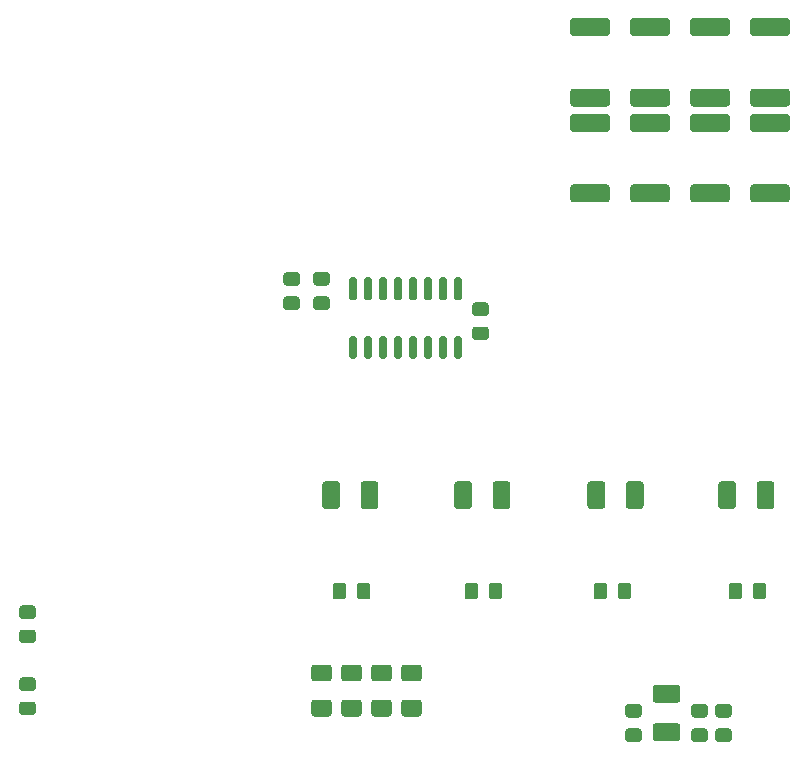
<source format=gbr>
G04 #@! TF.GenerationSoftware,KiCad,Pcbnew,(5.1.6)-1*
G04 #@! TF.CreationDate,2021-11-13T02:39:41+01:00*
G04 #@! TF.ProjectId,hamodule,68616d6f-6475-46c6-952e-6b696361645f,rev?*
G04 #@! TF.SameCoordinates,Original*
G04 #@! TF.FileFunction,Paste,Top*
G04 #@! TF.FilePolarity,Positive*
%FSLAX46Y46*%
G04 Gerber Fmt 4.6, Leading zero omitted, Abs format (unit mm)*
G04 Created by KiCad (PCBNEW (5.1.6)-1) date 2021-11-13 02:39:41*
%MOMM*%
%LPD*%
G01*
G04 APERTURE LIST*
G04 APERTURE END LIST*
G36*
G01*
X191140501Y-147432500D02*
X190240499Y-147432500D01*
G75*
G02*
X189990500Y-147182501I0J249999D01*
G01*
X189990500Y-146532499D01*
G75*
G02*
X190240499Y-146282500I249999J0D01*
G01*
X191140501Y-146282500D01*
G75*
G02*
X191390500Y-146532499I0J-249999D01*
G01*
X191390500Y-147182501D01*
G75*
G02*
X191140501Y-147432500I-249999J0D01*
G01*
G37*
G36*
G01*
X191140501Y-149482500D02*
X190240499Y-149482500D01*
G75*
G02*
X189990500Y-149232501I0J249999D01*
G01*
X189990500Y-148582499D01*
G75*
G02*
X190240499Y-148332500I249999J0D01*
G01*
X191140501Y-148332500D01*
G75*
G02*
X191390500Y-148582499I0J-249999D01*
G01*
X191390500Y-149232501D01*
G75*
G02*
X191140501Y-149482500I-249999J0D01*
G01*
G37*
G36*
G01*
X182620499Y-148332500D02*
X183520501Y-148332500D01*
G75*
G02*
X183770500Y-148582499I0J-249999D01*
G01*
X183770500Y-149232501D01*
G75*
G02*
X183520501Y-149482500I-249999J0D01*
G01*
X182620499Y-149482500D01*
G75*
G02*
X182370500Y-149232501I0J249999D01*
G01*
X182370500Y-148582499D01*
G75*
G02*
X182620499Y-148332500I249999J0D01*
G01*
G37*
G36*
G01*
X182620499Y-146282500D02*
X183520501Y-146282500D01*
G75*
G02*
X183770500Y-146532499I0J-249999D01*
G01*
X183770500Y-147182501D01*
G75*
G02*
X183520501Y-147432500I-249999J0D01*
G01*
X182620499Y-147432500D01*
G75*
G02*
X182370500Y-147182501I0J249999D01*
G01*
X182370500Y-146532499D01*
G75*
G02*
X182620499Y-146282500I249999J0D01*
G01*
G37*
G36*
G01*
X184939500Y-147903500D02*
X186789500Y-147903500D01*
G75*
G02*
X187039500Y-148153500I0J-250000D01*
G01*
X187039500Y-149153500D01*
G75*
G02*
X186789500Y-149403500I-250000J0D01*
G01*
X184939500Y-149403500D01*
G75*
G02*
X184689500Y-149153500I0J250000D01*
G01*
X184689500Y-148153500D01*
G75*
G02*
X184939500Y-147903500I250000J0D01*
G01*
G37*
G36*
G01*
X184939500Y-144653500D02*
X186789500Y-144653500D01*
G75*
G02*
X187039500Y-144903500I0J-250000D01*
G01*
X187039500Y-145903500D01*
G75*
G02*
X186789500Y-146153500I-250000J0D01*
G01*
X184939500Y-146153500D01*
G75*
G02*
X184689500Y-145903500I0J250000D01*
G01*
X184689500Y-144903500D01*
G75*
G02*
X184939500Y-144653500I250000J0D01*
G01*
G37*
G36*
G01*
X189108501Y-147432500D02*
X188208499Y-147432500D01*
G75*
G02*
X187958500Y-147182501I0J249999D01*
G01*
X187958500Y-146532499D01*
G75*
G02*
X188208499Y-146282500I249999J0D01*
G01*
X189108501Y-146282500D01*
G75*
G02*
X189358500Y-146532499I0J-249999D01*
G01*
X189358500Y-147182501D01*
G75*
G02*
X189108501Y-147432500I-249999J0D01*
G01*
G37*
G36*
G01*
X189108501Y-149482500D02*
X188208499Y-149482500D01*
G75*
G02*
X187958500Y-149232501I0J249999D01*
G01*
X187958500Y-148582499D01*
G75*
G02*
X188208499Y-148332500I249999J0D01*
G01*
X189108501Y-148332500D01*
G75*
G02*
X189358500Y-148582499I0J-249999D01*
G01*
X189358500Y-149232501D01*
G75*
G02*
X189108501Y-149482500I-249999J0D01*
G01*
G37*
G36*
G01*
X132212501Y-139068500D02*
X131312499Y-139068500D01*
G75*
G02*
X131062500Y-138818501I0J249999D01*
G01*
X131062500Y-138168499D01*
G75*
G02*
X131312499Y-137918500I249999J0D01*
G01*
X132212501Y-137918500D01*
G75*
G02*
X132462500Y-138168499I0J-249999D01*
G01*
X132462500Y-138818501D01*
G75*
G02*
X132212501Y-139068500I-249999J0D01*
G01*
G37*
G36*
G01*
X132212501Y-141118500D02*
X131312499Y-141118500D01*
G75*
G02*
X131062500Y-140868501I0J249999D01*
G01*
X131062500Y-140218499D01*
G75*
G02*
X131312499Y-139968500I249999J0D01*
G01*
X132212501Y-139968500D01*
G75*
G02*
X132462500Y-140218499I0J-249999D01*
G01*
X132462500Y-140868501D01*
G75*
G02*
X132212501Y-141118500I-249999J0D01*
G01*
G37*
G36*
G01*
X131312499Y-146064500D02*
X132212501Y-146064500D01*
G75*
G02*
X132462500Y-146314499I0J-249999D01*
G01*
X132462500Y-146964501D01*
G75*
G02*
X132212501Y-147214500I-249999J0D01*
G01*
X131312499Y-147214500D01*
G75*
G02*
X131062500Y-146964501I0J249999D01*
G01*
X131062500Y-146314499D01*
G75*
G02*
X131312499Y-146064500I249999J0D01*
G01*
G37*
G36*
G01*
X131312499Y-144014500D02*
X132212501Y-144014500D01*
G75*
G02*
X132462500Y-144264499I0J-249999D01*
G01*
X132462500Y-144914501D01*
G75*
G02*
X132212501Y-145164500I-249999J0D01*
G01*
X131312499Y-145164500D01*
G75*
G02*
X131062500Y-144914501I0J249999D01*
G01*
X131062500Y-144264499D01*
G75*
G02*
X131312499Y-144014500I249999J0D01*
G01*
G37*
G36*
G01*
X157104501Y-110856500D02*
X156204499Y-110856500D01*
G75*
G02*
X155954500Y-110606501I0J249999D01*
G01*
X155954500Y-109956499D01*
G75*
G02*
X156204499Y-109706500I249999J0D01*
G01*
X157104501Y-109706500D01*
G75*
G02*
X157354500Y-109956499I0J-249999D01*
G01*
X157354500Y-110606501D01*
G75*
G02*
X157104501Y-110856500I-249999J0D01*
G01*
G37*
G36*
G01*
X157104501Y-112906500D02*
X156204499Y-112906500D01*
G75*
G02*
X155954500Y-112656501I0J249999D01*
G01*
X155954500Y-112006499D01*
G75*
G02*
X156204499Y-111756500I249999J0D01*
G01*
X157104501Y-111756500D01*
G75*
G02*
X157354500Y-112006499I0J-249999D01*
G01*
X157354500Y-112656501D01*
G75*
G02*
X157104501Y-112906500I-249999J0D01*
G01*
G37*
G36*
G01*
X154564501Y-110865500D02*
X153664499Y-110865500D01*
G75*
G02*
X153414500Y-110615501I0J249999D01*
G01*
X153414500Y-109965499D01*
G75*
G02*
X153664499Y-109715500I249999J0D01*
G01*
X154564501Y-109715500D01*
G75*
G02*
X154814500Y-109965499I0J-249999D01*
G01*
X154814500Y-110615501D01*
G75*
G02*
X154564501Y-110865500I-249999J0D01*
G01*
G37*
G36*
G01*
X154564501Y-112915500D02*
X153664499Y-112915500D01*
G75*
G02*
X153414500Y-112665501I0J249999D01*
G01*
X153414500Y-112015499D01*
G75*
G02*
X153664499Y-111765500I249999J0D01*
G01*
X154564501Y-111765500D01*
G75*
G02*
X154814500Y-112015499I0J-249999D01*
G01*
X154814500Y-112665501D01*
G75*
G02*
X154564501Y-112915500I-249999J0D01*
G01*
G37*
G36*
G01*
X169666499Y-114314500D02*
X170566501Y-114314500D01*
G75*
G02*
X170816500Y-114564499I0J-249999D01*
G01*
X170816500Y-115214501D01*
G75*
G02*
X170566501Y-115464500I-249999J0D01*
G01*
X169666499Y-115464500D01*
G75*
G02*
X169416500Y-115214501I0J249999D01*
G01*
X169416500Y-114564499D01*
G75*
G02*
X169666499Y-114314500I249999J0D01*
G01*
G37*
G36*
G01*
X169666499Y-112264500D02*
X170566501Y-112264500D01*
G75*
G02*
X170816500Y-112514499I0J-249999D01*
G01*
X170816500Y-113164501D01*
G75*
G02*
X170566501Y-113414500I-249999J0D01*
G01*
X169666499Y-113414500D01*
G75*
G02*
X169416500Y-113164501I0J249999D01*
G01*
X169416500Y-112514499D01*
G75*
G02*
X169666499Y-112264500I249999J0D01*
G01*
G37*
G36*
G01*
X157279500Y-144359000D02*
X156029500Y-144359000D01*
G75*
G02*
X155779500Y-144109000I0J250000D01*
G01*
X155779500Y-143184000D01*
G75*
G02*
X156029500Y-142934000I250000J0D01*
G01*
X157279500Y-142934000D01*
G75*
G02*
X157529500Y-143184000I0J-250000D01*
G01*
X157529500Y-144109000D01*
G75*
G02*
X157279500Y-144359000I-250000J0D01*
G01*
G37*
G36*
G01*
X157279500Y-147334000D02*
X156029500Y-147334000D01*
G75*
G02*
X155779500Y-147084000I0J250000D01*
G01*
X155779500Y-146159000D01*
G75*
G02*
X156029500Y-145909000I250000J0D01*
G01*
X157279500Y-145909000D01*
G75*
G02*
X157529500Y-146159000I0J-250000D01*
G01*
X157529500Y-147084000D01*
G75*
G02*
X157279500Y-147334000I-250000J0D01*
G01*
G37*
G36*
G01*
X159819500Y-144359000D02*
X158569500Y-144359000D01*
G75*
G02*
X158319500Y-144109000I0J250000D01*
G01*
X158319500Y-143184000D01*
G75*
G02*
X158569500Y-142934000I250000J0D01*
G01*
X159819500Y-142934000D01*
G75*
G02*
X160069500Y-143184000I0J-250000D01*
G01*
X160069500Y-144109000D01*
G75*
G02*
X159819500Y-144359000I-250000J0D01*
G01*
G37*
G36*
G01*
X159819500Y-147334000D02*
X158569500Y-147334000D01*
G75*
G02*
X158319500Y-147084000I0J250000D01*
G01*
X158319500Y-146159000D01*
G75*
G02*
X158569500Y-145909000I250000J0D01*
G01*
X159819500Y-145909000D01*
G75*
G02*
X160069500Y-146159000I0J-250000D01*
G01*
X160069500Y-147084000D01*
G75*
G02*
X159819500Y-147334000I-250000J0D01*
G01*
G37*
G36*
G01*
X162359500Y-144359000D02*
X161109500Y-144359000D01*
G75*
G02*
X160859500Y-144109000I0J250000D01*
G01*
X160859500Y-143184000D01*
G75*
G02*
X161109500Y-142934000I250000J0D01*
G01*
X162359500Y-142934000D01*
G75*
G02*
X162609500Y-143184000I0J-250000D01*
G01*
X162609500Y-144109000D01*
G75*
G02*
X162359500Y-144359000I-250000J0D01*
G01*
G37*
G36*
G01*
X162359500Y-147334000D02*
X161109500Y-147334000D01*
G75*
G02*
X160859500Y-147084000I0J250000D01*
G01*
X160859500Y-146159000D01*
G75*
G02*
X161109500Y-145909000I250000J0D01*
G01*
X162359500Y-145909000D01*
G75*
G02*
X162609500Y-146159000I0J-250000D01*
G01*
X162609500Y-147084000D01*
G75*
G02*
X162359500Y-147334000I-250000J0D01*
G01*
G37*
G36*
G01*
X164899500Y-144359000D02*
X163649500Y-144359000D01*
G75*
G02*
X163399500Y-144109000I0J250000D01*
G01*
X163399500Y-143184000D01*
G75*
G02*
X163649500Y-142934000I250000J0D01*
G01*
X164899500Y-142934000D01*
G75*
G02*
X165149500Y-143184000I0J-250000D01*
G01*
X165149500Y-144109000D01*
G75*
G02*
X164899500Y-144359000I-250000J0D01*
G01*
G37*
G36*
G01*
X164899500Y-147334000D02*
X163649500Y-147334000D01*
G75*
G02*
X163399500Y-147084000I0J250000D01*
G01*
X163399500Y-146159000D01*
G75*
G02*
X163649500Y-145909000I250000J0D01*
G01*
X164899500Y-145909000D01*
G75*
G02*
X165149500Y-146159000I0J-250000D01*
G01*
X165149500Y-147084000D01*
G75*
G02*
X164899500Y-147334000I-250000J0D01*
G01*
G37*
G36*
G01*
X159471500Y-117051500D02*
X159171500Y-117051500D01*
G75*
G02*
X159021500Y-116901500I0J150000D01*
G01*
X159021500Y-115251500D01*
G75*
G02*
X159171500Y-115101500I150000J0D01*
G01*
X159471500Y-115101500D01*
G75*
G02*
X159621500Y-115251500I0J-150000D01*
G01*
X159621500Y-116901500D01*
G75*
G02*
X159471500Y-117051500I-150000J0D01*
G01*
G37*
G36*
G01*
X160741500Y-117051500D02*
X160441500Y-117051500D01*
G75*
G02*
X160291500Y-116901500I0J150000D01*
G01*
X160291500Y-115251500D01*
G75*
G02*
X160441500Y-115101500I150000J0D01*
G01*
X160741500Y-115101500D01*
G75*
G02*
X160891500Y-115251500I0J-150000D01*
G01*
X160891500Y-116901500D01*
G75*
G02*
X160741500Y-117051500I-150000J0D01*
G01*
G37*
G36*
G01*
X162011500Y-117051500D02*
X161711500Y-117051500D01*
G75*
G02*
X161561500Y-116901500I0J150000D01*
G01*
X161561500Y-115251500D01*
G75*
G02*
X161711500Y-115101500I150000J0D01*
G01*
X162011500Y-115101500D01*
G75*
G02*
X162161500Y-115251500I0J-150000D01*
G01*
X162161500Y-116901500D01*
G75*
G02*
X162011500Y-117051500I-150000J0D01*
G01*
G37*
G36*
G01*
X163281500Y-117051500D02*
X162981500Y-117051500D01*
G75*
G02*
X162831500Y-116901500I0J150000D01*
G01*
X162831500Y-115251500D01*
G75*
G02*
X162981500Y-115101500I150000J0D01*
G01*
X163281500Y-115101500D01*
G75*
G02*
X163431500Y-115251500I0J-150000D01*
G01*
X163431500Y-116901500D01*
G75*
G02*
X163281500Y-117051500I-150000J0D01*
G01*
G37*
G36*
G01*
X164551500Y-117051500D02*
X164251500Y-117051500D01*
G75*
G02*
X164101500Y-116901500I0J150000D01*
G01*
X164101500Y-115251500D01*
G75*
G02*
X164251500Y-115101500I150000J0D01*
G01*
X164551500Y-115101500D01*
G75*
G02*
X164701500Y-115251500I0J-150000D01*
G01*
X164701500Y-116901500D01*
G75*
G02*
X164551500Y-117051500I-150000J0D01*
G01*
G37*
G36*
G01*
X165821500Y-117051500D02*
X165521500Y-117051500D01*
G75*
G02*
X165371500Y-116901500I0J150000D01*
G01*
X165371500Y-115251500D01*
G75*
G02*
X165521500Y-115101500I150000J0D01*
G01*
X165821500Y-115101500D01*
G75*
G02*
X165971500Y-115251500I0J-150000D01*
G01*
X165971500Y-116901500D01*
G75*
G02*
X165821500Y-117051500I-150000J0D01*
G01*
G37*
G36*
G01*
X167091500Y-117051500D02*
X166791500Y-117051500D01*
G75*
G02*
X166641500Y-116901500I0J150000D01*
G01*
X166641500Y-115251500D01*
G75*
G02*
X166791500Y-115101500I150000J0D01*
G01*
X167091500Y-115101500D01*
G75*
G02*
X167241500Y-115251500I0J-150000D01*
G01*
X167241500Y-116901500D01*
G75*
G02*
X167091500Y-117051500I-150000J0D01*
G01*
G37*
G36*
G01*
X168361500Y-117051500D02*
X168061500Y-117051500D01*
G75*
G02*
X167911500Y-116901500I0J150000D01*
G01*
X167911500Y-115251500D01*
G75*
G02*
X168061500Y-115101500I150000J0D01*
G01*
X168361500Y-115101500D01*
G75*
G02*
X168511500Y-115251500I0J-150000D01*
G01*
X168511500Y-116901500D01*
G75*
G02*
X168361500Y-117051500I-150000J0D01*
G01*
G37*
G36*
G01*
X168361500Y-112101500D02*
X168061500Y-112101500D01*
G75*
G02*
X167911500Y-111951500I0J150000D01*
G01*
X167911500Y-110301500D01*
G75*
G02*
X168061500Y-110151500I150000J0D01*
G01*
X168361500Y-110151500D01*
G75*
G02*
X168511500Y-110301500I0J-150000D01*
G01*
X168511500Y-111951500D01*
G75*
G02*
X168361500Y-112101500I-150000J0D01*
G01*
G37*
G36*
G01*
X167091500Y-112101500D02*
X166791500Y-112101500D01*
G75*
G02*
X166641500Y-111951500I0J150000D01*
G01*
X166641500Y-110301500D01*
G75*
G02*
X166791500Y-110151500I150000J0D01*
G01*
X167091500Y-110151500D01*
G75*
G02*
X167241500Y-110301500I0J-150000D01*
G01*
X167241500Y-111951500D01*
G75*
G02*
X167091500Y-112101500I-150000J0D01*
G01*
G37*
G36*
G01*
X165821500Y-112101500D02*
X165521500Y-112101500D01*
G75*
G02*
X165371500Y-111951500I0J150000D01*
G01*
X165371500Y-110301500D01*
G75*
G02*
X165521500Y-110151500I150000J0D01*
G01*
X165821500Y-110151500D01*
G75*
G02*
X165971500Y-110301500I0J-150000D01*
G01*
X165971500Y-111951500D01*
G75*
G02*
X165821500Y-112101500I-150000J0D01*
G01*
G37*
G36*
G01*
X164551500Y-112101500D02*
X164251500Y-112101500D01*
G75*
G02*
X164101500Y-111951500I0J150000D01*
G01*
X164101500Y-110301500D01*
G75*
G02*
X164251500Y-110151500I150000J0D01*
G01*
X164551500Y-110151500D01*
G75*
G02*
X164701500Y-110301500I0J-150000D01*
G01*
X164701500Y-111951500D01*
G75*
G02*
X164551500Y-112101500I-150000J0D01*
G01*
G37*
G36*
G01*
X163281500Y-112101500D02*
X162981500Y-112101500D01*
G75*
G02*
X162831500Y-111951500I0J150000D01*
G01*
X162831500Y-110301500D01*
G75*
G02*
X162981500Y-110151500I150000J0D01*
G01*
X163281500Y-110151500D01*
G75*
G02*
X163431500Y-110301500I0J-150000D01*
G01*
X163431500Y-111951500D01*
G75*
G02*
X163281500Y-112101500I-150000J0D01*
G01*
G37*
G36*
G01*
X162011500Y-112101500D02*
X161711500Y-112101500D01*
G75*
G02*
X161561500Y-111951500I0J150000D01*
G01*
X161561500Y-110301500D01*
G75*
G02*
X161711500Y-110151500I150000J0D01*
G01*
X162011500Y-110151500D01*
G75*
G02*
X162161500Y-110301500I0J-150000D01*
G01*
X162161500Y-111951500D01*
G75*
G02*
X162011500Y-112101500I-150000J0D01*
G01*
G37*
G36*
G01*
X160741500Y-112101500D02*
X160441500Y-112101500D01*
G75*
G02*
X160291500Y-111951500I0J150000D01*
G01*
X160291500Y-110301500D01*
G75*
G02*
X160441500Y-110151500I150000J0D01*
G01*
X160741500Y-110151500D01*
G75*
G02*
X160891500Y-110301500I0J-150000D01*
G01*
X160891500Y-111951500D01*
G75*
G02*
X160741500Y-112101500I-150000J0D01*
G01*
G37*
G36*
G01*
X159471500Y-112101500D02*
X159171500Y-112101500D01*
G75*
G02*
X159021500Y-111951500I0J150000D01*
G01*
X159021500Y-110301500D01*
G75*
G02*
X159171500Y-110151500I150000J0D01*
G01*
X159471500Y-110151500D01*
G75*
G02*
X159621500Y-110301500I0J-150000D01*
G01*
X159621500Y-111951500D01*
G75*
G02*
X159471500Y-112101500I-150000J0D01*
G01*
G37*
G36*
G01*
X191746500Y-127662500D02*
X191746500Y-129512500D01*
G75*
G02*
X191496500Y-129762500I-250000J0D01*
G01*
X190496500Y-129762500D01*
G75*
G02*
X190246500Y-129512500I0J250000D01*
G01*
X190246500Y-127662500D01*
G75*
G02*
X190496500Y-127412500I250000J0D01*
G01*
X191496500Y-127412500D01*
G75*
G02*
X191746500Y-127662500I0J-250000D01*
G01*
G37*
G36*
G01*
X194996500Y-127662500D02*
X194996500Y-129512500D01*
G75*
G02*
X194746500Y-129762500I-250000J0D01*
G01*
X193746500Y-129762500D01*
G75*
G02*
X193496500Y-129512500I0J250000D01*
G01*
X193496500Y-127662500D01*
G75*
G02*
X193746500Y-127412500I250000J0D01*
G01*
X194746500Y-127412500D01*
G75*
G02*
X194996500Y-127662500I0J-250000D01*
G01*
G37*
G36*
G01*
X180671500Y-127662500D02*
X180671500Y-129512500D01*
G75*
G02*
X180421500Y-129762500I-250000J0D01*
G01*
X179421500Y-129762500D01*
G75*
G02*
X179171500Y-129512500I0J250000D01*
G01*
X179171500Y-127662500D01*
G75*
G02*
X179421500Y-127412500I250000J0D01*
G01*
X180421500Y-127412500D01*
G75*
G02*
X180671500Y-127662500I0J-250000D01*
G01*
G37*
G36*
G01*
X183921500Y-127662500D02*
X183921500Y-129512500D01*
G75*
G02*
X183671500Y-129762500I-250000J0D01*
G01*
X182671500Y-129762500D01*
G75*
G02*
X182421500Y-129512500I0J250000D01*
G01*
X182421500Y-127662500D01*
G75*
G02*
X182671500Y-127412500I250000J0D01*
G01*
X183671500Y-127412500D01*
G75*
G02*
X183921500Y-127662500I0J-250000D01*
G01*
G37*
G36*
G01*
X169394500Y-127662500D02*
X169394500Y-129512500D01*
G75*
G02*
X169144500Y-129762500I-250000J0D01*
G01*
X168144500Y-129762500D01*
G75*
G02*
X167894500Y-129512500I0J250000D01*
G01*
X167894500Y-127662500D01*
G75*
G02*
X168144500Y-127412500I250000J0D01*
G01*
X169144500Y-127412500D01*
G75*
G02*
X169394500Y-127662500I0J-250000D01*
G01*
G37*
G36*
G01*
X172644500Y-127662500D02*
X172644500Y-129512500D01*
G75*
G02*
X172394500Y-129762500I-250000J0D01*
G01*
X171394500Y-129762500D01*
G75*
G02*
X171144500Y-129512500I0J250000D01*
G01*
X171144500Y-127662500D01*
G75*
G02*
X171394500Y-127412500I250000J0D01*
G01*
X172394500Y-127412500D01*
G75*
G02*
X172644500Y-127662500I0J-250000D01*
G01*
G37*
G36*
G01*
X158218500Y-127662500D02*
X158218500Y-129512500D01*
G75*
G02*
X157968500Y-129762500I-250000J0D01*
G01*
X156968500Y-129762500D01*
G75*
G02*
X156718500Y-129512500I0J250000D01*
G01*
X156718500Y-127662500D01*
G75*
G02*
X156968500Y-127412500I250000J0D01*
G01*
X157968500Y-127412500D01*
G75*
G02*
X158218500Y-127662500I0J-250000D01*
G01*
G37*
G36*
G01*
X161468500Y-127662500D02*
X161468500Y-129512500D01*
G75*
G02*
X161218500Y-129762500I-250000J0D01*
G01*
X160218500Y-129762500D01*
G75*
G02*
X159968500Y-129512500I0J250000D01*
G01*
X159968500Y-127662500D01*
G75*
G02*
X160218500Y-127412500I250000J0D01*
G01*
X161218500Y-127412500D01*
G75*
G02*
X161468500Y-127662500I0J-250000D01*
G01*
G37*
G36*
G01*
X193202499Y-94176000D02*
X196052501Y-94176000D01*
G75*
G02*
X196302500Y-94425999I0J-249999D01*
G01*
X196302500Y-95451001D01*
G75*
G02*
X196052501Y-95701000I-249999J0D01*
G01*
X193202499Y-95701000D01*
G75*
G02*
X192952500Y-95451001I0J249999D01*
G01*
X192952500Y-94425999D01*
G75*
G02*
X193202499Y-94176000I249999J0D01*
G01*
G37*
G36*
G01*
X193202499Y-88201000D02*
X196052501Y-88201000D01*
G75*
G02*
X196302500Y-88450999I0J-249999D01*
G01*
X196302500Y-89476001D01*
G75*
G02*
X196052501Y-89726000I-249999J0D01*
G01*
X193202499Y-89726000D01*
G75*
G02*
X192952500Y-89476001I0J249999D01*
G01*
X192952500Y-88450999D01*
G75*
G02*
X193202499Y-88201000I249999J0D01*
G01*
G37*
G36*
G01*
X188122499Y-94176000D02*
X190972501Y-94176000D01*
G75*
G02*
X191222500Y-94425999I0J-249999D01*
G01*
X191222500Y-95451001D01*
G75*
G02*
X190972501Y-95701000I-249999J0D01*
G01*
X188122499Y-95701000D01*
G75*
G02*
X187872500Y-95451001I0J249999D01*
G01*
X187872500Y-94425999D01*
G75*
G02*
X188122499Y-94176000I249999J0D01*
G01*
G37*
G36*
G01*
X188122499Y-88201000D02*
X190972501Y-88201000D01*
G75*
G02*
X191222500Y-88450999I0J-249999D01*
G01*
X191222500Y-89476001D01*
G75*
G02*
X190972501Y-89726000I-249999J0D01*
G01*
X188122499Y-89726000D01*
G75*
G02*
X187872500Y-89476001I0J249999D01*
G01*
X187872500Y-88450999D01*
G75*
G02*
X188122499Y-88201000I249999J0D01*
G01*
G37*
G36*
G01*
X183042499Y-94176000D02*
X185892501Y-94176000D01*
G75*
G02*
X186142500Y-94425999I0J-249999D01*
G01*
X186142500Y-95451001D01*
G75*
G02*
X185892501Y-95701000I-249999J0D01*
G01*
X183042499Y-95701000D01*
G75*
G02*
X182792500Y-95451001I0J249999D01*
G01*
X182792500Y-94425999D01*
G75*
G02*
X183042499Y-94176000I249999J0D01*
G01*
G37*
G36*
G01*
X183042499Y-88201000D02*
X185892501Y-88201000D01*
G75*
G02*
X186142500Y-88450999I0J-249999D01*
G01*
X186142500Y-89476001D01*
G75*
G02*
X185892501Y-89726000I-249999J0D01*
G01*
X183042499Y-89726000D01*
G75*
G02*
X182792500Y-89476001I0J249999D01*
G01*
X182792500Y-88450999D01*
G75*
G02*
X183042499Y-88201000I249999J0D01*
G01*
G37*
G36*
G01*
X177962499Y-94176000D02*
X180812501Y-94176000D01*
G75*
G02*
X181062500Y-94425999I0J-249999D01*
G01*
X181062500Y-95451001D01*
G75*
G02*
X180812501Y-95701000I-249999J0D01*
G01*
X177962499Y-95701000D01*
G75*
G02*
X177712500Y-95451001I0J249999D01*
G01*
X177712500Y-94425999D01*
G75*
G02*
X177962499Y-94176000I249999J0D01*
G01*
G37*
G36*
G01*
X177962499Y-88201000D02*
X180812501Y-88201000D01*
G75*
G02*
X181062500Y-88450999I0J-249999D01*
G01*
X181062500Y-89476001D01*
G75*
G02*
X180812501Y-89726000I-249999J0D01*
G01*
X177962499Y-89726000D01*
G75*
G02*
X177712500Y-89476001I0J249999D01*
G01*
X177712500Y-88450999D01*
G75*
G02*
X177962499Y-88201000I249999J0D01*
G01*
G37*
G36*
G01*
X192263500Y-136265499D02*
X192263500Y-137165501D01*
G75*
G02*
X192013501Y-137415500I-249999J0D01*
G01*
X191363499Y-137415500D01*
G75*
G02*
X191113500Y-137165501I0J249999D01*
G01*
X191113500Y-136265499D01*
G75*
G02*
X191363499Y-136015500I249999J0D01*
G01*
X192013501Y-136015500D01*
G75*
G02*
X192263500Y-136265499I0J-249999D01*
G01*
G37*
G36*
G01*
X194313500Y-136265499D02*
X194313500Y-137165501D01*
G75*
G02*
X194063501Y-137415500I-249999J0D01*
G01*
X193413499Y-137415500D01*
G75*
G02*
X193163500Y-137165501I0J249999D01*
G01*
X193163500Y-136265499D01*
G75*
G02*
X193413499Y-136015500I249999J0D01*
G01*
X194063501Y-136015500D01*
G75*
G02*
X194313500Y-136265499I0J-249999D01*
G01*
G37*
G36*
G01*
X180833500Y-136265499D02*
X180833500Y-137165501D01*
G75*
G02*
X180583501Y-137415500I-249999J0D01*
G01*
X179933499Y-137415500D01*
G75*
G02*
X179683500Y-137165501I0J249999D01*
G01*
X179683500Y-136265499D01*
G75*
G02*
X179933499Y-136015500I249999J0D01*
G01*
X180583501Y-136015500D01*
G75*
G02*
X180833500Y-136265499I0J-249999D01*
G01*
G37*
G36*
G01*
X182883500Y-136265499D02*
X182883500Y-137165501D01*
G75*
G02*
X182633501Y-137415500I-249999J0D01*
G01*
X181983499Y-137415500D01*
G75*
G02*
X181733500Y-137165501I0J249999D01*
G01*
X181733500Y-136265499D01*
G75*
G02*
X181983499Y-136015500I249999J0D01*
G01*
X182633501Y-136015500D01*
G75*
G02*
X182883500Y-136265499I0J-249999D01*
G01*
G37*
G36*
G01*
X158744500Y-136265499D02*
X158744500Y-137165501D01*
G75*
G02*
X158494501Y-137415500I-249999J0D01*
G01*
X157844499Y-137415500D01*
G75*
G02*
X157594500Y-137165501I0J249999D01*
G01*
X157594500Y-136265499D01*
G75*
G02*
X157844499Y-136015500I249999J0D01*
G01*
X158494501Y-136015500D01*
G75*
G02*
X158744500Y-136265499I0J-249999D01*
G01*
G37*
G36*
G01*
X160794500Y-136265499D02*
X160794500Y-137165501D01*
G75*
G02*
X160544501Y-137415500I-249999J0D01*
G01*
X159894499Y-137415500D01*
G75*
G02*
X159644500Y-137165501I0J249999D01*
G01*
X159644500Y-136265499D01*
G75*
G02*
X159894499Y-136015500I249999J0D01*
G01*
X160544501Y-136015500D01*
G75*
G02*
X160794500Y-136265499I0J-249999D01*
G01*
G37*
G36*
G01*
X169911500Y-136265499D02*
X169911500Y-137165501D01*
G75*
G02*
X169661501Y-137415500I-249999J0D01*
G01*
X169011499Y-137415500D01*
G75*
G02*
X168761500Y-137165501I0J249999D01*
G01*
X168761500Y-136265499D01*
G75*
G02*
X169011499Y-136015500I249999J0D01*
G01*
X169661501Y-136015500D01*
G75*
G02*
X169911500Y-136265499I0J-249999D01*
G01*
G37*
G36*
G01*
X171961500Y-136265499D02*
X171961500Y-137165501D01*
G75*
G02*
X171711501Y-137415500I-249999J0D01*
G01*
X171061499Y-137415500D01*
G75*
G02*
X170811500Y-137165501I0J249999D01*
G01*
X170811500Y-136265499D01*
G75*
G02*
X171061499Y-136015500I249999J0D01*
G01*
X171711501Y-136015500D01*
G75*
G02*
X171961500Y-136265499I0J-249999D01*
G01*
G37*
G36*
G01*
X177962499Y-102286000D02*
X180812501Y-102286000D01*
G75*
G02*
X181062500Y-102535999I0J-249999D01*
G01*
X181062500Y-103561001D01*
G75*
G02*
X180812501Y-103811000I-249999J0D01*
G01*
X177962499Y-103811000D01*
G75*
G02*
X177712500Y-103561001I0J249999D01*
G01*
X177712500Y-102535999D01*
G75*
G02*
X177962499Y-102286000I249999J0D01*
G01*
G37*
G36*
G01*
X177962499Y-96311000D02*
X180812501Y-96311000D01*
G75*
G02*
X181062500Y-96560999I0J-249999D01*
G01*
X181062500Y-97586001D01*
G75*
G02*
X180812501Y-97836000I-249999J0D01*
G01*
X177962499Y-97836000D01*
G75*
G02*
X177712500Y-97586001I0J249999D01*
G01*
X177712500Y-96560999D01*
G75*
G02*
X177962499Y-96311000I249999J0D01*
G01*
G37*
G36*
G01*
X183042499Y-102286000D02*
X185892501Y-102286000D01*
G75*
G02*
X186142500Y-102535999I0J-249999D01*
G01*
X186142500Y-103561001D01*
G75*
G02*
X185892501Y-103811000I-249999J0D01*
G01*
X183042499Y-103811000D01*
G75*
G02*
X182792500Y-103561001I0J249999D01*
G01*
X182792500Y-102535999D01*
G75*
G02*
X183042499Y-102286000I249999J0D01*
G01*
G37*
G36*
G01*
X183042499Y-96311000D02*
X185892501Y-96311000D01*
G75*
G02*
X186142500Y-96560999I0J-249999D01*
G01*
X186142500Y-97586001D01*
G75*
G02*
X185892501Y-97836000I-249999J0D01*
G01*
X183042499Y-97836000D01*
G75*
G02*
X182792500Y-97586001I0J249999D01*
G01*
X182792500Y-96560999D01*
G75*
G02*
X183042499Y-96311000I249999J0D01*
G01*
G37*
G36*
G01*
X188122499Y-102286000D02*
X190972501Y-102286000D01*
G75*
G02*
X191222500Y-102535999I0J-249999D01*
G01*
X191222500Y-103561001D01*
G75*
G02*
X190972501Y-103811000I-249999J0D01*
G01*
X188122499Y-103811000D01*
G75*
G02*
X187872500Y-103561001I0J249999D01*
G01*
X187872500Y-102535999D01*
G75*
G02*
X188122499Y-102286000I249999J0D01*
G01*
G37*
G36*
G01*
X188122499Y-96311000D02*
X190972501Y-96311000D01*
G75*
G02*
X191222500Y-96560999I0J-249999D01*
G01*
X191222500Y-97586001D01*
G75*
G02*
X190972501Y-97836000I-249999J0D01*
G01*
X188122499Y-97836000D01*
G75*
G02*
X187872500Y-97586001I0J249999D01*
G01*
X187872500Y-96560999D01*
G75*
G02*
X188122499Y-96311000I249999J0D01*
G01*
G37*
G36*
G01*
X193202499Y-102286000D02*
X196052501Y-102286000D01*
G75*
G02*
X196302500Y-102535999I0J-249999D01*
G01*
X196302500Y-103561001D01*
G75*
G02*
X196052501Y-103811000I-249999J0D01*
G01*
X193202499Y-103811000D01*
G75*
G02*
X192952500Y-103561001I0J249999D01*
G01*
X192952500Y-102535999D01*
G75*
G02*
X193202499Y-102286000I249999J0D01*
G01*
G37*
G36*
G01*
X193202499Y-96311000D02*
X196052501Y-96311000D01*
G75*
G02*
X196302500Y-96560999I0J-249999D01*
G01*
X196302500Y-97586001D01*
G75*
G02*
X196052501Y-97836000I-249999J0D01*
G01*
X193202499Y-97836000D01*
G75*
G02*
X192952500Y-97586001I0J249999D01*
G01*
X192952500Y-96560999D01*
G75*
G02*
X193202499Y-96311000I249999J0D01*
G01*
G37*
M02*

</source>
